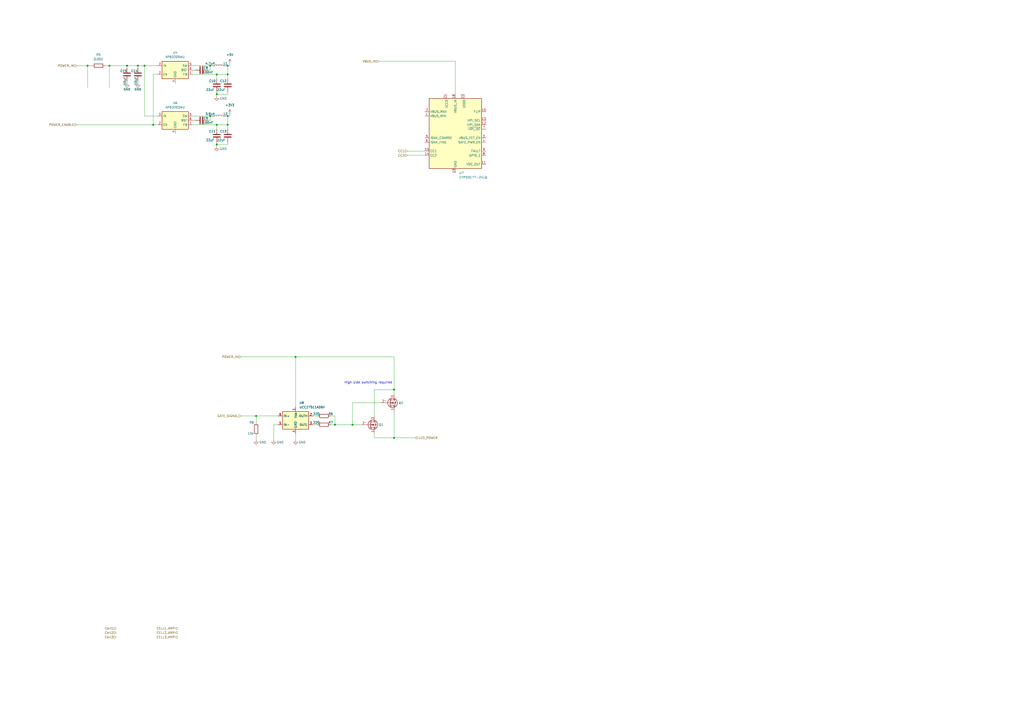
<source format=kicad_sch>
(kicad_sch (version 20231120) (generator "eeschema") (generator_version "8.0")
  (paper "A2")
  (lib_symbols
    (symbol "Device:C" (pin_numbers hide) (pin_names (offset 0.254))
      (property "Reference" "C" (at 0.635 2.54 0))
      (property "Value" "C" (at 0.635 -2.54 0))
      (symbol "C_0_1"
        (polyline (pts (xy -2.032 -0.762) (xy 2.032 -0.762)) (stroke (width 0.508)))
        (polyline (pts (xy -2.032 0.762) (xy 2.032 0.762)) (stroke (width 0.508)))
      )
      (symbol "C_1_1"
        (pin passive line (at 0 3.81 270) (length 2.794) (name "~") (number "1"))
        (pin passive line (at 0 -3.81 90) (length 2.794) (name "~") (number "2"))
      )
    )
    (symbol "Device:L" (pin_numbers hide) (pin_names (offset 1.016) hide)
      (property "Reference" "L" (at -1.27 0 90))
      (property "Value" "L" (at 1.905 0 90))
      (symbol "L_0_1"
        (arc (start 0 -2.54) (mid 0.6323 -1.905) (end 0 -1.27))
        (arc (start 0 -1.27) (mid 0.6323 -0.635) (end 0 0))
        (arc (start 0 0) (mid 0.6323 0.635) (end 0 1.27))
        (arc (start 0 1.27) (mid 0.6323 1.905) (end 0 2.54))
      )
      (symbol "L_1_1"
        (pin passive line (at 0 3.81 270) (length 1.27) (name "1") (number "1"))
        (pin passive line (at 0 -3.81 90) (length 1.27) (name "2") (number "2"))
      )
    )
    (symbol "Device:R" (pin_numbers hide) (pin_names (offset 0))
      (property "Reference" "R" (at 2.032 0 90))
      (property "Value" "R" (at 0 0 90))
      (symbol "R_0_1"
        (rectangle (start -1.016 -2.54) (end 1.016 2.54) (stroke (width 0.254)))
      )
      (symbol "R_1_1"
        (pin passive line (at 0 3.81 270) (length 1.27) (name "~") (number "1"))
        (pin passive line (at 0 -3.81 90) (length 1.27) (name "~") (number "2"))
      )
    )
    (symbol "Driver_FET:UCC27511ADBV"
      (property "Reference" "U" (at 5.08 6.35 0))
      (property "Value" "UCC27511ADBV" (at 8.89 -6.35 0))
      (symbol "UCC27511ADBV_0_1"
        (rectangle (start -7.62 5.08) (end 7.62 -5.08) (stroke (width 0.254)) (fill (type background)))
      )
      (symbol "UCC27511ADBV_1_1"
        (pin power_in line (at 0 7.62 270) (length 2.54) (name "V_{DD}") (number "1"))
        (pin output line (at 10.16 2.54 180) (length 2.54) (name "OUTH") (number "2"))
        (pin output line (at 10.16 -2.54 180) (length 2.54) (name "OUTL") (number "3"))
        (pin power_in line (at 0 -7.62 90) (length 2.54) (name "GND") (number "4"))
        (pin input line (at -10.16 -2.54 0) (length 2.54) (name "IN-") (number "5"))
        (pin input line (at -10.16 2.54 0) (length 2.54) (name "IN+") (number "6"))
      )
    )
    (symbol "IRFH6200TRPBF_1" (pin_names hide)
      (property "Reference" "Q" (at -1.27 3.81 0))
      (symbol "IRFH6200TRPBF_1_0_1"
        (polyline (pts (xy 1.524 0) (xy -1.27 0)))
        (polyline (pts (xy 1.524 1.905) (xy 1.524 -1.905)) (stroke (width 0.254)))
        (polyline (pts (xy 2.032 -1.27) (xy 2.032 -2.286)) (stroke (width 0.254)))
        (polyline (pts (xy 2.032 0.508) (xy 2.032 -0.508)) (stroke (width 0.254)))
        (polyline (pts (xy 2.032 2.286) (xy 2.032 1.27)) (stroke (width 0.254)))
        (polyline (pts (xy 3.81 2.54) (xy 3.81 1.778)))
        (polyline (pts (xy 3.81 -2.54) (xy 3.81 0) (xy 2.032 0)))
        (polyline (pts (xy 2.032 -1.778) (xy 4.572 -1.778) (xy 4.572 1.778) (xy 2.032 1.778)))
        (polyline (pts (xy 2.286 0) (xy 3.302 0.381) (xy 3.302 -0.381) (xy 2.286 0)) (fill (type outline)))
        (polyline (pts (xy 4.064 0.508) (xy 4.191 0.381) (xy 4.953 0.381) (xy 5.08 0.254)))
        (polyline (pts (xy 4.572 0.381) (xy 4.191 -0.254) (xy 4.953 -0.254) (xy 4.572 0.381)))
        (circle (center 2.921 0) (radius 2.794) (stroke (width 0.254)))
        (circle (center 3.81 -1.778) (radius 0.254) (fill (type outline)))
        (circle (center 3.81 1.778) (radius 0.254) (fill (type outline)))
      )
      (symbol "IRFH6200TRPBF_1_1_1"
        (pin passive line (at 3.81 -5.08 90) (length 2.54) (name "S") (number "1"))
        (pin input line (at -3.81 0 0) (length 2.54) (name "G") (number "2"))
        (pin passive line (at 3.81 5.08 270) (length 2.54) (name "D") (number "3"))
      )
    )
    (symbol "Interface_USB:CYPD3177-24LQ"
      (property "Reference" "U" (at -13.97 21.59 0))
      (property "Value" "CYPD3177-24LQ" (at 10.16 -21.59 0))
      (symbol "CYPD3177-24LQ_0_1"
        (rectangle (start -15.24 20.32) (end 15.24 -20.32) (stroke (width 0.254)) (fill (type background)))
      )
      (symbol "CYPD3177-24LQ_1_1"
        (pin input line (at -17.78 10.16 0) (length 2.54) (name "VBUS_MIN") (number "1"))
        (pin output line (at 17.78 12.7 180) (length 2.54) (name "FLIP") (number "10"))
        (pin output line (at 17.78 -17.78 180) (length 2.54) (name "VDC_OUT") (number "11"))
        (pin bidirectional line (at 17.78 5.08 180) (length 2.54) (name "HPI_SDA") (number "12"))
        (pin bidirectional line (at 17.78 7.62 180) (length 2.54) (name "HPI_SCL") (number "13"))
        (pin bidirectional line (at -17.78 -12.7 0) (length 2.54) (name "CC2") (number "14"))
        (pin bidirectional line (at -17.78 -10.16 0) (length 2.54) (name "CC1") (number "15"))
        (pin no_connect line (at -15.24 2.54 0) (length 2.54) hide (name "NC") (number "16"))
        (pin no_connect line (at -15.24 5.08 0) (length 2.54) hide (name "NC") (number "17"))
        (pin power_in line (at 0 22.86 270) (length 2.54) (name "VBUS_IN") (number "18"))
        (pin power_in line (at 0 -22.86 90) (length 2.54) (name "GND") (number "19"))
        (pin input line (at -17.78 12.7 0) (length 2.54) (name "VBUS_MAX") (number "2"))
        (pin no_connect line (at 15.24 17.78 180) (length 2.54) hide (name "NC") (number "20"))
        (pin no_connect line (at 15.24 15.24 180) (length 2.54) hide (name "NC") (number "21"))
        (pin passive line (at 0 -22.86 90) (length 2.54) hide (name "GND") (number "22"))
        (pin power_out line (at 5.08 22.86 270) (length 2.54) (name "VDDD") (number "23"))
        (pin power_out line (at -5.08 22.86 270) (length 2.54) (name "VCCD") (number "24"))
        (pin passive line (at 0 -22.86 90) (length 2.54) hide (name "GND") (number "25"))
        (pin output line (at 17.78 -2.54 180) (length 2.54) (name "VBUS_FET_EN") (number "3"))
        (pin output line (at 17.78 -5.08 180) (length 2.54) (name "SAFE_PWR_EN") (number "4"))
        (pin input line (at -17.78 -2.54 0) (length 2.54) (name "ISNK_COARSE") (number "5"))
        (pin input line (at -17.78 -5.08 0) (length 2.54) (name "ISNK_FINE") (number "6"))
        (pin input line (at 17.78 2.54 180) (length 2.54) (name "~{HPI_INT}") (number "7"))
        (pin bidirectional line (at 17.78 -12.7 180) (length 2.54) (name "GPIO_1") (number "8"))
        (pin output line (at 17.78 -10.16 180) (length 2.54) (name "FAULT") (number "9"))
      )
    )
    (symbol "R_1" (pin_numbers hide) (pin_names (offset 0))
      (property "Reference" "R10" (at 6.35 0 90))
      (property "Value" "0.001" (at 3.81 0 90))
      (symbol "R_1_0_1"
        (rectangle (start -1.016 -2.54) (end 1.016 2.54) (stroke (width 0.254)))
      )
      (symbol "R_1_1_1"
        (pin passive line (at 0 3.81 270) (length 1.27) (name "~") (number "2"))
        (pin passive line (at 0 -3.81 90) (length 1.27) (name "~") (number "3"))
      )
    )
    (symbol "Regulator_Switching:AP63203WU"
      (property "Reference" "U" (at -7.62 6.35 0))
      (property "Value" "AP63203WU" (at 2.54 6.35 0))
      (symbol "AP63203WU_0_1"
        (rectangle (start -7.62 5.08) (end 7.62 -5.08) (stroke (width 0.254)) (fill (type background)))
      )
      (symbol "AP63203WU_1_1"
        (pin input line (at 10.16 -2.54 180) (length 2.54) (name "FB") (number "1"))
        (pin input line (at -10.16 -2.54 0) (length 2.54) (name "EN") (number "2"))
        (pin power_in line (at -10.16 2.54 0) (length 2.54) (name "IN") (number "3"))
        (pin power_in line (at 0 -7.62 90) (length 2.54) (name "GND") (number "4"))
        (pin output line (at 10.16 2.54 180) (length 2.54) (name "SW") (number "5"))
        (pin passive line (at 10.16 0 180) (length 2.54) (name "BST") (number "6"))
      )
    )
    (symbol "Regulator_Switching:AP63205WU"
      (property "Reference" "U" (at -7.62 6.35 0))
      (property "Value" "AP63205WU" (at 2.54 6.35 0))
      (symbol "AP63205WU_0_1"
        (rectangle (start -7.62 5.08) (end 7.62 -5.08) (stroke (width 0.254)) (fill (type background)))
      )
      (symbol "AP63205WU_1_1"
        (pin input line (at 10.16 -2.54 180) (length 2.54) (name "FB") (number "1"))
        (pin input line (at -10.16 -2.54 0) (length 2.54) (name "EN") (number "2"))
        (pin power_in line (at -10.16 2.54 0) (length 2.54) (name "IN") (number "3"))
        (pin power_in line (at 0 -7.62 90) (length 2.54) (name "GND") (number "4"))
        (pin output line (at 10.16 2.54 180) (length 2.54) (name "SW") (number "5"))
        (pin passive line (at 10.16 0 180) (length 2.54) (name "BST") (number "6"))
      )
    )
    (symbol "power:+3V3" (power) (pin_names (offset 0))
      (property "Value" "+3V3" (at 0 3.556 0))
      (symbol "+3V3_0_1"
        (polyline (pts (xy -0.762 1.27) (xy 0 2.54)))
        (polyline (pts (xy 0 0) (xy 0 2.54)))
        (polyline (pts (xy 0 2.54) (xy 0.762 1.27)))
      )
      (symbol "+3V3_1_1"
        (pin power_in line (at 0 0 90) (length 0) hide (name "+3V3") (number "1"))
      )
    )
    (symbol "power:+5V" (power) (pin_names (offset 0))
      (property "Value" "+5V" (at 0 3.556 0))
      (symbol "+5V_0_1"
        (polyline (pts (xy -0.762 1.27) (xy 0 2.54)))
        (polyline (pts (xy 0 0) (xy 0 2.54)))
        (polyline (pts (xy 0 2.54) (xy 0.762 1.27)))
      )
      (symbol "+5V_1_1"
        (pin power_in line (at 0 0 90) (length 0) hide (name "+5V") (number "1"))
      )
    )
    (symbol "power:GND" (power) (pin_names (offset 0))
      (property "Value" "GND" (at 0 -3.81 0))
      (symbol "GND_0_1"
        (polyline (pts (xy 0 0) (xy 0 -1.27) (xy 1.27 -1.27) (xy 0 -2.54) (xy -1.27 -1.27) (xy 0 -1.27)))
      )
      (symbol "GND_1_1"
        (pin power_in line (at 0 0 270) (length 0) hide (name "GND") (number "1"))
      )
    )
  )
  (junction (at 125.73 43.18))
  (junction (at 121.92 67.31))
  (junction (at 88.9 72.39))
  (junction (at 194.31 246.38))
  (junction (at 121.92 38.1))
  (junction (at 228.6 254))
  (junction (at 80.01 38.1))
  (junction (at 132.08 67.31))
  (junction (at 148.59 241.3))
  (junction (at 204.47 246.38))
  (junction (at 125.73 83.82))
  (junction (at 50.8 38.1))
  (junction (at 83.82 38.1))
  (junction (at 125.73 72.39))
  (junction (at 132.08 72.39))
  (junction (at 73.66 38.1))
  (junction (at 171.45 207.01))
  (junction (at 132.08 38.1))
  (junction (at 228.6 226.06))
  (junction (at 63.5 38.1))
  (junction (at 125.73 54.61))
  (junction (at 132.08 43.18))
  (wire (pts (xy 161.29 246.38) (xy 158.75 246.38)))
  (wire (pts (xy 264.16 35.56) (xy 219.71 35.56)))
  (wire (pts (xy 111.76 72.39) (xy 125.73 72.39)))
  (wire (pts (xy 125.73 83.82) (xy 132.08 83.82)))
  (wire (pts (xy 80.01 39.37) (xy 80.01 38.1)))
  (wire (pts (xy 132.08 38.1) (xy 133.35 38.1)))
  (wire (pts (xy 125.73 54.61) (xy 132.08 54.61)))
  (wire (pts (xy 264.16 54.61) (xy 264.16 35.56)))
  (wire (pts (xy 125.73 72.39) (xy 125.73 74.93)))
  (wire (pts (xy 125.73 53.34) (xy 125.73 54.61)))
  (wire (pts (xy 125.73 54.61) (xy 125.73 55.88)))
  (wire (pts (xy 171.45 251.46) (xy 171.45 255.27)))
  (wire (pts (xy 125.73 82.55) (xy 125.73 83.82)))
  (wire (pts (xy 181.61 241.3) (xy 184.15 241.3)))
  (wire (pts (xy 228.6 207.01) (xy 228.6 226.06)))
  (wire (pts (xy 130.81 38.1) (xy 132.08 38.1)))
  (wire (pts (xy 171.45 207.01) (xy 171.45 236.22)))
  (wire (pts (xy 111.76 69.85) (xy 113.03 69.85)))
  (wire (pts (xy 132.08 38.1) (xy 132.08 43.18)))
  (wire (pts (xy 88.9 43.18) (xy 91.44 43.18)))
  (wire (pts (xy 191.77 241.3) (xy 194.31 241.3)))
  (wire (pts (xy 181.61 246.38) (xy 184.15 246.38)))
  (wire (pts (xy 121.92 38.1) (xy 121.92 40.64)))
  (wire (pts (xy 204.47 233.68) (xy 220.98 233.68)))
  (wire (pts (xy 236.22 90.17) (xy 246.38 90.17)))
  (wire (pts (xy 148.59 252.73) (xy 148.59 255.27)))
  (wire (pts (xy 191.77 246.38) (xy 194.31 246.38)))
  (wire (pts (xy 132.08 67.31) (xy 133.35 67.31)))
  (wire (pts (xy 125.73 43.18) (xy 125.73 45.72)))
  (wire (pts (xy 121.92 67.31) (xy 123.19 67.31)))
  (wire (pts (xy 133.35 67.31) (xy 133.35 66.04)))
  (wire (pts (xy 171.45 207.01) (xy 228.6 207.01)))
  (wire (pts (xy 236.22 87.63) (xy 246.38 87.63)))
  (wire (pts (xy 217.17 226.06) (xy 217.17 241.3)))
  (wire (pts (xy 91.44 67.31) (xy 83.82 67.31)))
  (wire (pts (xy 228.6 254) (xy 241.3 254)))
  (wire (pts (xy 133.35 36.83) (xy 133.35 38.1)))
  (wire (pts (xy 50.8 38.1) (xy 53.34 38.1)))
  (wire (pts (xy 132.08 82.55) (xy 132.08 83.82)))
  (wire (pts (xy 73.66 38.1) (xy 80.01 38.1)))
  (wire (pts (xy 194.31 241.3) (xy 194.31 246.38)))
  (wire (pts (xy 120.65 40.64) (xy 121.92 40.64)))
  (wire (pts (xy 73.66 39.37) (xy 73.66 38.1)))
  (wire (pts (xy 194.31 246.38) (xy 204.47 246.38)))
  (wire (pts (xy 88.9 72.39) (xy 88.9 43.18)))
  (wire (pts (xy 148.59 241.3) (xy 148.59 245.11)))
  (wire (pts (xy 91.44 72.39) (xy 88.9 72.39)))
  (wire (pts (xy 111.76 40.64) (xy 113.03 40.64)))
  (wire (pts (xy 63.5 38.1) (xy 73.66 38.1)))
  (wire (pts (xy 50.8 38.1) (xy 50.8 50.8)))
  (wire (pts (xy 73.66 46.99) (xy 73.66 48.26)))
  (wire (pts (xy 148.59 241.3) (xy 161.29 241.3)))
  (wire (pts (xy 217.17 254) (xy 217.17 251.46)))
  (wire (pts (xy 132.08 67.31) (xy 132.08 72.39)))
  (wire (pts (xy 132.08 43.18) (xy 132.08 45.72)))
  (wire (pts (xy 204.47 246.38) (xy 209.55 246.38)))
  (wire (pts (xy 111.76 38.1) (xy 121.92 38.1)))
  (wire (pts (xy 228.6 238.76) (xy 228.6 254)))
  (wire (pts (xy 80.01 38.1) (xy 83.82 38.1)))
  (wire (pts (xy 111.76 43.18) (xy 125.73 43.18)))
  (wire (pts (xy 125.73 72.39) (xy 132.08 72.39)))
  (wire (pts (xy 125.73 43.18) (xy 132.08 43.18)))
  (wire (pts (xy 125.73 83.82) (xy 125.73 85.09)))
  (wire (pts (xy 63.5 38.1) (xy 63.5 50.8)))
  (wire (pts (xy 204.47 233.68) (xy 204.47 246.38)))
  (wire (pts (xy 44.45 38.1) (xy 50.8 38.1)))
  (wire (pts (xy 121.92 38.1) (xy 123.19 38.1)))
  (wire (pts (xy 60.96 38.1) (xy 63.5 38.1)))
  (wire (pts (xy 139.7 241.3) (xy 148.59 241.3)))
  (wire (pts (xy 120.65 69.85) (xy 121.92 69.85)))
  (wire (pts (xy 83.82 38.1) (xy 83.82 67.31)))
  (wire (pts (xy 111.76 67.31) (xy 121.92 67.31)))
  (wire (pts (xy 83.82 38.1) (xy 91.44 38.1)))
  (wire (pts (xy 80.01 46.99) (xy 80.01 48.26)))
  (wire (pts (xy 158.75 246.38) (xy 158.75 255.27)))
  (wire (pts (xy 139.7 207.01) (xy 171.45 207.01)))
  (wire (pts (xy 132.08 72.39) (xy 132.08 74.93)))
  (wire (pts (xy 132.08 53.34) (xy 132.08 54.61)))
  (wire (pts (xy 44.45 72.39) (xy 88.9 72.39)))
  (wire (pts (xy 228.6 254) (xy 217.17 254)))
  (wire (pts (xy 228.6 226.06) (xy 217.17 226.06)))
  (wire (pts (xy 228.6 228.6) (xy 228.6 226.06)))
  (wire (pts (xy 130.81 67.31) (xy 132.08 67.31)))
  (wire (pts (xy 121.92 67.31) (xy 121.92 69.85)))
  (text "High side switching required" (at 213.614 221.996 0) (effects (font (size 1.27 1.27))))
  (hierarchical_label "Cell2" (shape input) (at 67.31 367.03 180))
  (hierarchical_label "CELL3_AMP" (shape output) (at 102.87 369.57 180))
  (hierarchical_label "CELL2_AMP" (shape output) (at 102.87 367.03 180))
  (hierarchical_label "POWER_IN" (shape input) (at 44.45 38.1 180))
  (hierarchical_label "VBUS_IN" (shape input) (at 219.71 35.56 180))
  (hierarchical_label "GATE_SIGNAL" (shape input) (at 139.7 241.3 180))
  (hierarchical_label "CC1" (shape input) (at 236.22 87.63 180))
  (hierarchical_label "POWER_ENABLE" (shape input) (at 44.45 72.39 180))
  (hierarchical_label "Cell1" (shape input) (at 67.31 364.49 180))
  (hierarchical_label "LED_POWER" (shape output) (at 241.3 254 0))
  (hierarchical_label "POWER_IN" (shape input) (at 139.7 207.01 180))
  (hierarchical_label "CELL1_AMP" (shape output) (at 102.87 364.49 180))
  (hierarchical_label "CC2" (shape input) (at 236.22 90.17 180))
  (hierarchical_label "Cell3" (shape input) (at 67.31 369.57 180))
  (symbol (lib_id "power:GND") (at 125.73 85.09 0) (unit 1)
    (property "Reference" "#PWR035" (effects (hide yes)))
    (property "Value" "GND" (at 129.54 86.36 0))
  )
  (symbol (lib_id "power:+5V") (at 133.35 36.83 0) (unit 1)
    (property "Reference" "#PWR038" (effects (hide yes)))
    (property "Value" "+5V" (at 133.35 31.75 0))
  )
  (symbol (lib_id "Driver_FET:UCC27511ADBV") (at 171.45 243.84 0) (unit 1)
    (property "Reference" "U8" (at 173.6441 233.68 0) (effects (justify left)))
    (property "Value" "UCC27511ADBV" (at 173.6441 236.22 0) (effects (justify left)))
    (property "Footprint" "Package_TO_SOT_SMD:SOT-23-6" (effects (hide yes)))
    (property "Datasheet" "https://www.ti.com/lit/ds/symlink/ucc27511a.pdf" (effects (hide yes)))
    (property "Description" "Single-Channel High-Speed Low-Side Gate Driver With 4-A Peak Source and 8-A Peak Sink, SOT-23-6" (effects (hide yes)))
  )
  (symbol (lib_id "power:GND") (at 80.01 48.26 0) (unit 1)
    (property "Reference" "#PWR036" (effects (hide yes)))
    (property "Value" "GND" (at 80.01 51.816 0))
  )
  (symbol (lib_id "Device:C") (at 125.73 78.74 180) (unit 1)
    (property "Reference" "C11" (at 123.19 76.2 0))
    (property "Value" "22uF" (at 121.92 81.28 0))
    (property "Footprint" "Capacitor_SMD:C_0603_1608Metric_Pad1.08x0.95mm_HandSolder" (effects (hide yes)))
  )
  (symbol (lib_id "Device:C") (at 125.73 49.53 180) (unit 1)
    (property "Reference" "C10" (at 123.19 46.99 0))
    (property "Value" "22uF" (at 121.92 52.07 0))
    (property "Footprint" "Capacitor_SMD:C_0603_1608Metric_Pad1.08x0.95mm_HandSolder" (effects (hide yes)))
  )
  (symbol (lib_id "Device:C") (at 132.08 78.74 180) (unit 1)
    (property "Reference" "C13" (at 129.54 76.2 0))
    (property "Value" "22uF" (at 128.27 81.28 0))
    (property "Footprint" "Capacitor_SMD:C_0603_1608Metric_Pad1.08x0.95mm_HandSolder" (effects (hide yes)))
  )
  (symbol (lib_id "Device:C") (at 116.84 40.64 90) (unit 1)
    (property "Reference" "C8" (at 119.38 39.37 90))
    (property "Value" "100nF" (at 120.65 41.91 90))
    (property "Footprint" "Capacitor_SMD:C_0603_1608Metric_Pad1.08x0.95mm_HandSolder" (effects (hide yes)))
  )
  (symbol (lib_id "power:GND") (at 125.73 55.88 0) (unit 1)
    (property "Reference" "#PWR034" (effects (hide yes)))
    (property "Value" "GND" (at 129.54 57.15 0))
  )
  (symbol (lib_id "power:GND") (at 73.66 48.26 0) (unit 1)
    (property "Reference" "#PWR037" (effects (hide yes)))
    (property "Value" "GND" (at 73.66 51.816 0))
  )
  (symbol (lib_id "Device:C") (at 132.08 49.53 180) (unit 1)
    (property "Reference" "C12" (at 129.54 46.99 0))
    (property "Value" "22uF" (at 128.27 52.07 0))
    (property "Footprint" "Capacitor_SMD:C_0603_1608Metric_Pad1.08x0.95mm_HandSolder" (effects (hide yes)))
  )
  (symbol (lib_id "Device:L") (at 127 38.1 90) (unit 1)
    (property "Reference" "L1" (at 130.81 36.83 90))
    (property "Value" "4.7uH" (at 121.92 36.83 90))
    (property "Footprint" "SnapEDA Library:IND_SRR4818A-150M" (effects (hide yes)))
  )
  (symbol (lib_name "IRFH6200TRPBF_1") (lib_id "Dustins_Symbols:IRFH6200TRPBF") (at 224.79 233.68 0) (unit 1)
    (property "Reference" "Q2" (at 231.14 233.68 0) (effects (justify left)))
    (property "Value" "~" (at 223.52 232.41 0))
    (property "Footprint" "Package_DFN_QFN:PQFN-8-EP_6x5mm_P1.27mm_Generic" (effects (hide yes)))
  )
  (symbol (lib_id "power:GND") (at 171.45 255.27 0) (unit 1)
    (property "Reference" "#PWR045" (effects (hide yes)))
    (property "Value" "GND" (at 175.26 256.54 0))
  )
  (symbol (lib_name "R_1") (lib_id "Device:R") (at 57.15 38.1 90) (unit 1)
    (property "Reference" "R5" (at 57.15 31.75 90))
    (property "Value" "0.001" (at 57.15 34.29 90))
    (property "Footprint" "SnapEDA Library:RES_WSK12161L000FEA" (effects (hide yes)))
  )
  (symbol (lib_id "power:+3V3") (at 133.35 66.04 0) (unit 1)
    (property "Reference" "#PWR039" (effects (hide yes)))
    (property "Value" "+3V3" (at 133.35 60.96 0))
  )
  (symbol (lib_id "Device:C") (at 80.01 43.18 180) (unit 1)
    (property "Reference" "C14" (at 77.978 41.148 0))
    (property "Value" "10uF" (at 78.74 46.99 90))
    (property "Footprint" "Capacitor_SMD:C_0603_1608Metric_Pad1.08x0.95mm_HandSolder" (effects (hide yes)))
  )
  (symbol (lib_id "power:GND") (at 148.59 255.27 0) (unit 1)
    (property "Reference" "#PWR047" (effects (hide yes)))
    (property "Value" "GND" (at 152.4 256.54 0))
  )
  (symbol (lib_id "Device:C") (at 116.84 69.85 90) (unit 1)
    (property "Reference" "C9" (at 119.38 68.58 90))
    (property "Value" "100nF" (at 120.65 71.12 90))
    (property "Footprint" "Capacitor_SMD:C_0603_1608Metric_Pad1.08x0.95mm_HandSolder" (effects (hide yes)))
  )
  (symbol (lib_id "Device:R") (at 187.96 241.3 270) (mirror x) (unit 1)
    (property "Reference" "R6" (at 190.5 240.03 90) (effects (justify left)))
    (property "Value" "220" (at 181.61 240.03 90) (effects (justify left)))
    (property "Footprint" "Resistor_SMD:R_0603_1608Metric_Pad0.98x0.95mm_HandSolder" (effects (hide yes)))
  )
  (symbol (lib_id "Device:C") (at 73.66 43.18 180) (unit 1)
    (property "Reference" "C15" (at 71.628 41.148 0))
    (property "Value" "10uF" (at 72.39 46.99 90))
    (property "Footprint" "Capacitor_SMD:C_0603_1608Metric_Pad1.08x0.95mm_HandSolder" (effects (hide yes)))
  )
  (symbol (lib_id "Device:R") (at 187.96 246.38 270) (mirror x) (unit 1)
    (property "Reference" "R7" (at 190.5 245.11 90) (effects (justify left)))
    (property "Value" "220" (at 181.61 245.11 90) (effects (justify left)))
    (property "Footprint" "Resistor_SMD:R_0603_1608Metric_Pad0.98x0.95mm_HandSolder" (effects (hide yes)))
  )
  (symbol (lib_id "Regulator_Switching:AP63205WU") (at 101.6 40.64 0) (unit 1)
    (property "Reference" "U4" (at 101.6 30.48 0))
    (property "Value" "AP63205WU" (at 101.6 33.02 0))
    (property "Footprint" "Package_TO_SOT_SMD:TSOT-23-6" (effects (hide yes)))
    (property "Datasheet" "https://www.diodes.com/assets/Datasheets/AP63200-AP63201-AP63203-AP63205.pdf" (effects (hide yes)))
  )
  (symbol (lib_id "Device:R") (at 148.59 248.92 0) (mirror y) (unit 1)
    (property "Reference" "R8" (at 147.32 245.11 0) (effects (justify left)))
    (property "Value" "10k" (at 147.32 251.46 0) (effects (justify left)))
    (property "Footprint" "Resistor_SMD:R_0603_1608Metric_Pad0.98x0.95mm_HandSolder" (effects (hide yes)))
  )
  (symbol (lib_id "Regulator_Switching:AP63203WU") (at 101.6 69.85 0) (unit 1)
    (property "Reference" "U6" (at 101.6 59.69 0))
    (property "Value" "AP63203WU" (at 101.6 62.23 0))
    (property "Footprint" "Package_TO_SOT_SMD:TSOT-23-6" (effects (hide yes)))
    (property "Datasheet" "https://www.diodes.com/assets/Datasheets/AP63200-AP63201-AP63203-AP63205.pdf" (effects (hide yes)))
  )
  (symbol (lib_id "power:GND") (at 158.75 255.27 0) (unit 1)
    (property "Reference" "#PWR046" (effects (hide yes)))
    (property "Value" "GND" (at 162.56 256.54 0))
  )
  (symbol (lib_id "Device:L") (at 127 67.31 90) (unit 1)
    (property "Reference" "L2" (at 130.81 66.04 90))
    (property "Value" "3.9uH" (at 121.92 66.04 90))
    (property "Footprint" "SnapEDA Library:IND_SRR4818A-150M" (effects (hide yes)))
  )
  (symbol (lib_id "Interface_USB:CYPD3177-24LQ") (at 264.16 77.47 0) (unit 1)
    (property "Reference" "U7" (at 266.3541 100.33 0) (effects (justify left)))
    (property "Value" "CYPD3177-24LQ" (at 266.3541 102.87 0) (effects (justify left)))
    (property "Footprint" "Package_DFN_QFN:QFN-24-1EP_4x4mm_P0.5mm_EP2.75x2.75mm" (effects (hide yes)))
    (property "Datasheet" "https://www.infineon.com/dgdl/Infineon-EZ-PD_BCR_Datasheet_USB_Type-C_Port_Controller_for_Power_Sinks-DataSheet-v03_00-EN.pdf?fileId=8ac78c8c7d0d8da4017d0ee7ce9d70ad" (effects (hide yes)))
    (property "Description" "Stand-alone USB PD controller (with sink Auto-run mode), QFN-24" (effects (hide yes)))
  )
  (symbol (lib_name "IRFH6200TRPBF_1") (lib_id "Dustins_Symbols:IRFH6200TRPBF") (at 213.36 246.38 0) (unit 1)
    (property "Reference" "Q1" (at 219.71 246.38 0) (effects (justify left)))
    (property "Value" "~" (at 212.09 245.11 0))
    (property "Footprint" "Package_DFN_QFN:PQFN-8-EP_6x5mm_P1.27mm_Generic" (effects (hide yes)))
  )
)
</source>
